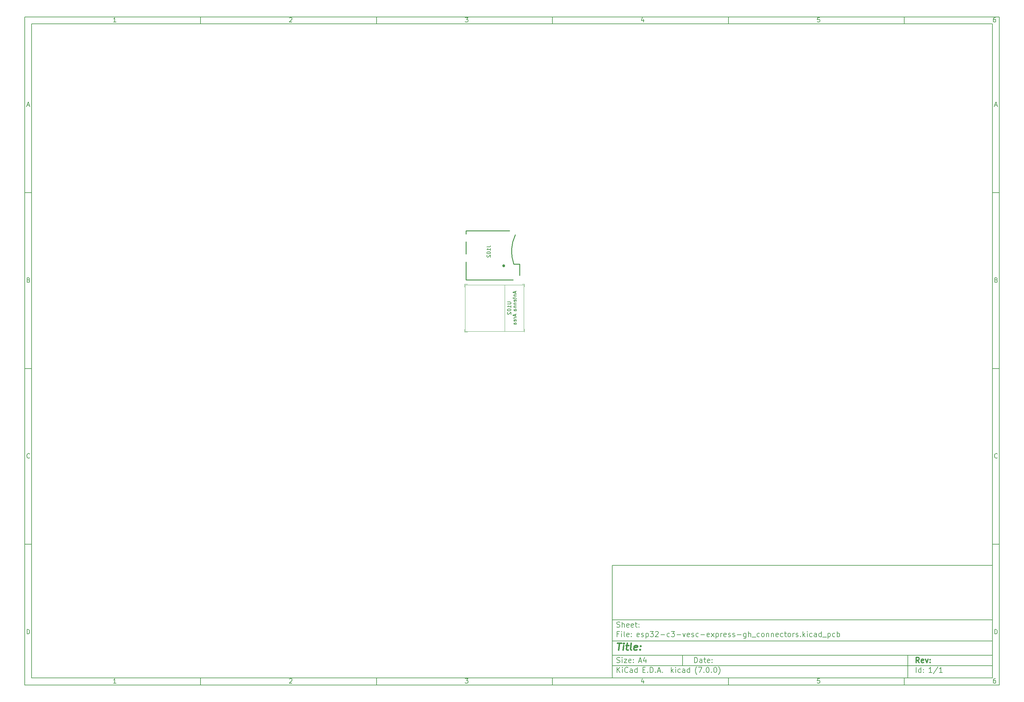
<source format=gbr>
%TF.GenerationSoftware,KiCad,Pcbnew,(7.0.0)*%
%TF.CreationDate,2023-02-27T05:24:14-06:00*%
%TF.ProjectId,esp32-c3-vesc-express-gh_connectors,65737033-322d-4633-932d-766573632d65,rev?*%
%TF.SameCoordinates,Original*%
%TF.FileFunction,Legend,Bot*%
%TF.FilePolarity,Positive*%
%FSLAX46Y46*%
G04 Gerber Fmt 4.6, Leading zero omitted, Abs format (unit mm)*
G04 Created by KiCad (PCBNEW (7.0.0)) date 2023-02-27 05:24:14*
%MOMM*%
%LPD*%
G01*
G04 APERTURE LIST*
%ADD10C,0.100000*%
%ADD11C,0.150000*%
%ADD12C,0.300000*%
%ADD13C,0.400000*%
%ADD14C,0.250000*%
%ADD15C,0.120000*%
G04 APERTURE END LIST*
D10*
D11*
X177002200Y-166007200D02*
X285002200Y-166007200D01*
X285002200Y-198007200D01*
X177002200Y-198007200D01*
X177002200Y-166007200D01*
D10*
D11*
X10000000Y-10000000D02*
X287002200Y-10000000D01*
X287002200Y-200007200D01*
X10000000Y-200007200D01*
X10000000Y-10000000D01*
D10*
D11*
X12000000Y-12000000D02*
X285002200Y-12000000D01*
X285002200Y-198007200D01*
X12000000Y-198007200D01*
X12000000Y-12000000D01*
D10*
D11*
X60000000Y-12000000D02*
X60000000Y-10000000D01*
D10*
D11*
X110000000Y-12000000D02*
X110000000Y-10000000D01*
D10*
D11*
X160000000Y-12000000D02*
X160000000Y-10000000D01*
D10*
D11*
X210000000Y-12000000D02*
X210000000Y-10000000D01*
D10*
D11*
X260000000Y-12000000D02*
X260000000Y-10000000D01*
D10*
D11*
X35990476Y-11477595D02*
X35247619Y-11477595D01*
X35619047Y-11477595D02*
X35619047Y-10177595D01*
X35619047Y-10177595D02*
X35495238Y-10363309D01*
X35495238Y-10363309D02*
X35371428Y-10487119D01*
X35371428Y-10487119D02*
X35247619Y-10549023D01*
D10*
D11*
X85247619Y-10301404D02*
X85309523Y-10239500D01*
X85309523Y-10239500D02*
X85433333Y-10177595D01*
X85433333Y-10177595D02*
X85742857Y-10177595D01*
X85742857Y-10177595D02*
X85866666Y-10239500D01*
X85866666Y-10239500D02*
X85928571Y-10301404D01*
X85928571Y-10301404D02*
X85990476Y-10425214D01*
X85990476Y-10425214D02*
X85990476Y-10549023D01*
X85990476Y-10549023D02*
X85928571Y-10734738D01*
X85928571Y-10734738D02*
X85185714Y-11477595D01*
X85185714Y-11477595D02*
X85990476Y-11477595D01*
D10*
D11*
X135185714Y-10177595D02*
X135990476Y-10177595D01*
X135990476Y-10177595D02*
X135557142Y-10672833D01*
X135557142Y-10672833D02*
X135742857Y-10672833D01*
X135742857Y-10672833D02*
X135866666Y-10734738D01*
X135866666Y-10734738D02*
X135928571Y-10796642D01*
X135928571Y-10796642D02*
X135990476Y-10920452D01*
X135990476Y-10920452D02*
X135990476Y-11229976D01*
X135990476Y-11229976D02*
X135928571Y-11353785D01*
X135928571Y-11353785D02*
X135866666Y-11415690D01*
X135866666Y-11415690D02*
X135742857Y-11477595D01*
X135742857Y-11477595D02*
X135371428Y-11477595D01*
X135371428Y-11477595D02*
X135247619Y-11415690D01*
X135247619Y-11415690D02*
X135185714Y-11353785D01*
D10*
D11*
X185866666Y-10610928D02*
X185866666Y-11477595D01*
X185557142Y-10115690D02*
X185247619Y-11044261D01*
X185247619Y-11044261D02*
X186052380Y-11044261D01*
D10*
D11*
X235928571Y-10177595D02*
X235309523Y-10177595D01*
X235309523Y-10177595D02*
X235247619Y-10796642D01*
X235247619Y-10796642D02*
X235309523Y-10734738D01*
X235309523Y-10734738D02*
X235433333Y-10672833D01*
X235433333Y-10672833D02*
X235742857Y-10672833D01*
X235742857Y-10672833D02*
X235866666Y-10734738D01*
X235866666Y-10734738D02*
X235928571Y-10796642D01*
X235928571Y-10796642D02*
X235990476Y-10920452D01*
X235990476Y-10920452D02*
X235990476Y-11229976D01*
X235990476Y-11229976D02*
X235928571Y-11353785D01*
X235928571Y-11353785D02*
X235866666Y-11415690D01*
X235866666Y-11415690D02*
X235742857Y-11477595D01*
X235742857Y-11477595D02*
X235433333Y-11477595D01*
X235433333Y-11477595D02*
X235309523Y-11415690D01*
X235309523Y-11415690D02*
X235247619Y-11353785D01*
D10*
D11*
X285866666Y-10177595D02*
X285619047Y-10177595D01*
X285619047Y-10177595D02*
X285495238Y-10239500D01*
X285495238Y-10239500D02*
X285433333Y-10301404D01*
X285433333Y-10301404D02*
X285309523Y-10487119D01*
X285309523Y-10487119D02*
X285247619Y-10734738D01*
X285247619Y-10734738D02*
X285247619Y-11229976D01*
X285247619Y-11229976D02*
X285309523Y-11353785D01*
X285309523Y-11353785D02*
X285371428Y-11415690D01*
X285371428Y-11415690D02*
X285495238Y-11477595D01*
X285495238Y-11477595D02*
X285742857Y-11477595D01*
X285742857Y-11477595D02*
X285866666Y-11415690D01*
X285866666Y-11415690D02*
X285928571Y-11353785D01*
X285928571Y-11353785D02*
X285990476Y-11229976D01*
X285990476Y-11229976D02*
X285990476Y-10920452D01*
X285990476Y-10920452D02*
X285928571Y-10796642D01*
X285928571Y-10796642D02*
X285866666Y-10734738D01*
X285866666Y-10734738D02*
X285742857Y-10672833D01*
X285742857Y-10672833D02*
X285495238Y-10672833D01*
X285495238Y-10672833D02*
X285371428Y-10734738D01*
X285371428Y-10734738D02*
X285309523Y-10796642D01*
X285309523Y-10796642D02*
X285247619Y-10920452D01*
D10*
D11*
X60000000Y-198007200D02*
X60000000Y-200007200D01*
D10*
D11*
X110000000Y-198007200D02*
X110000000Y-200007200D01*
D10*
D11*
X160000000Y-198007200D02*
X160000000Y-200007200D01*
D10*
D11*
X210000000Y-198007200D02*
X210000000Y-200007200D01*
D10*
D11*
X260000000Y-198007200D02*
X260000000Y-200007200D01*
D10*
D11*
X35990476Y-199484795D02*
X35247619Y-199484795D01*
X35619047Y-199484795D02*
X35619047Y-198184795D01*
X35619047Y-198184795D02*
X35495238Y-198370509D01*
X35495238Y-198370509D02*
X35371428Y-198494319D01*
X35371428Y-198494319D02*
X35247619Y-198556223D01*
D10*
D11*
X85247619Y-198308604D02*
X85309523Y-198246700D01*
X85309523Y-198246700D02*
X85433333Y-198184795D01*
X85433333Y-198184795D02*
X85742857Y-198184795D01*
X85742857Y-198184795D02*
X85866666Y-198246700D01*
X85866666Y-198246700D02*
X85928571Y-198308604D01*
X85928571Y-198308604D02*
X85990476Y-198432414D01*
X85990476Y-198432414D02*
X85990476Y-198556223D01*
X85990476Y-198556223D02*
X85928571Y-198741938D01*
X85928571Y-198741938D02*
X85185714Y-199484795D01*
X85185714Y-199484795D02*
X85990476Y-199484795D01*
D10*
D11*
X135185714Y-198184795D02*
X135990476Y-198184795D01*
X135990476Y-198184795D02*
X135557142Y-198680033D01*
X135557142Y-198680033D02*
X135742857Y-198680033D01*
X135742857Y-198680033D02*
X135866666Y-198741938D01*
X135866666Y-198741938D02*
X135928571Y-198803842D01*
X135928571Y-198803842D02*
X135990476Y-198927652D01*
X135990476Y-198927652D02*
X135990476Y-199237176D01*
X135990476Y-199237176D02*
X135928571Y-199360985D01*
X135928571Y-199360985D02*
X135866666Y-199422890D01*
X135866666Y-199422890D02*
X135742857Y-199484795D01*
X135742857Y-199484795D02*
X135371428Y-199484795D01*
X135371428Y-199484795D02*
X135247619Y-199422890D01*
X135247619Y-199422890D02*
X135185714Y-199360985D01*
D10*
D11*
X185866666Y-198618128D02*
X185866666Y-199484795D01*
X185557142Y-198122890D02*
X185247619Y-199051461D01*
X185247619Y-199051461D02*
X186052380Y-199051461D01*
D10*
D11*
X235928571Y-198184795D02*
X235309523Y-198184795D01*
X235309523Y-198184795D02*
X235247619Y-198803842D01*
X235247619Y-198803842D02*
X235309523Y-198741938D01*
X235309523Y-198741938D02*
X235433333Y-198680033D01*
X235433333Y-198680033D02*
X235742857Y-198680033D01*
X235742857Y-198680033D02*
X235866666Y-198741938D01*
X235866666Y-198741938D02*
X235928571Y-198803842D01*
X235928571Y-198803842D02*
X235990476Y-198927652D01*
X235990476Y-198927652D02*
X235990476Y-199237176D01*
X235990476Y-199237176D02*
X235928571Y-199360985D01*
X235928571Y-199360985D02*
X235866666Y-199422890D01*
X235866666Y-199422890D02*
X235742857Y-199484795D01*
X235742857Y-199484795D02*
X235433333Y-199484795D01*
X235433333Y-199484795D02*
X235309523Y-199422890D01*
X235309523Y-199422890D02*
X235247619Y-199360985D01*
D10*
D11*
X285866666Y-198184795D02*
X285619047Y-198184795D01*
X285619047Y-198184795D02*
X285495238Y-198246700D01*
X285495238Y-198246700D02*
X285433333Y-198308604D01*
X285433333Y-198308604D02*
X285309523Y-198494319D01*
X285309523Y-198494319D02*
X285247619Y-198741938D01*
X285247619Y-198741938D02*
X285247619Y-199237176D01*
X285247619Y-199237176D02*
X285309523Y-199360985D01*
X285309523Y-199360985D02*
X285371428Y-199422890D01*
X285371428Y-199422890D02*
X285495238Y-199484795D01*
X285495238Y-199484795D02*
X285742857Y-199484795D01*
X285742857Y-199484795D02*
X285866666Y-199422890D01*
X285866666Y-199422890D02*
X285928571Y-199360985D01*
X285928571Y-199360985D02*
X285990476Y-199237176D01*
X285990476Y-199237176D02*
X285990476Y-198927652D01*
X285990476Y-198927652D02*
X285928571Y-198803842D01*
X285928571Y-198803842D02*
X285866666Y-198741938D01*
X285866666Y-198741938D02*
X285742857Y-198680033D01*
X285742857Y-198680033D02*
X285495238Y-198680033D01*
X285495238Y-198680033D02*
X285371428Y-198741938D01*
X285371428Y-198741938D02*
X285309523Y-198803842D01*
X285309523Y-198803842D02*
X285247619Y-198927652D01*
D10*
D11*
X10000000Y-60000000D02*
X12000000Y-60000000D01*
D10*
D11*
X10000000Y-110000000D02*
X12000000Y-110000000D01*
D10*
D11*
X10000000Y-160000000D02*
X12000000Y-160000000D01*
D10*
D11*
X10690476Y-35106166D02*
X11309523Y-35106166D01*
X10566666Y-35477595D02*
X10999999Y-34177595D01*
X10999999Y-34177595D02*
X11433333Y-35477595D01*
D10*
D11*
X11092857Y-84796642D02*
X11278571Y-84858547D01*
X11278571Y-84858547D02*
X11340476Y-84920452D01*
X11340476Y-84920452D02*
X11402380Y-85044261D01*
X11402380Y-85044261D02*
X11402380Y-85229976D01*
X11402380Y-85229976D02*
X11340476Y-85353785D01*
X11340476Y-85353785D02*
X11278571Y-85415690D01*
X11278571Y-85415690D02*
X11154761Y-85477595D01*
X11154761Y-85477595D02*
X10659523Y-85477595D01*
X10659523Y-85477595D02*
X10659523Y-84177595D01*
X10659523Y-84177595D02*
X11092857Y-84177595D01*
X11092857Y-84177595D02*
X11216666Y-84239500D01*
X11216666Y-84239500D02*
X11278571Y-84301404D01*
X11278571Y-84301404D02*
X11340476Y-84425214D01*
X11340476Y-84425214D02*
X11340476Y-84549023D01*
X11340476Y-84549023D02*
X11278571Y-84672833D01*
X11278571Y-84672833D02*
X11216666Y-84734738D01*
X11216666Y-84734738D02*
X11092857Y-84796642D01*
X11092857Y-84796642D02*
X10659523Y-84796642D01*
D10*
D11*
X11402380Y-135353785D02*
X11340476Y-135415690D01*
X11340476Y-135415690D02*
X11154761Y-135477595D01*
X11154761Y-135477595D02*
X11030952Y-135477595D01*
X11030952Y-135477595D02*
X10845238Y-135415690D01*
X10845238Y-135415690D02*
X10721428Y-135291880D01*
X10721428Y-135291880D02*
X10659523Y-135168071D01*
X10659523Y-135168071D02*
X10597619Y-134920452D01*
X10597619Y-134920452D02*
X10597619Y-134734738D01*
X10597619Y-134734738D02*
X10659523Y-134487119D01*
X10659523Y-134487119D02*
X10721428Y-134363309D01*
X10721428Y-134363309D02*
X10845238Y-134239500D01*
X10845238Y-134239500D02*
X11030952Y-134177595D01*
X11030952Y-134177595D02*
X11154761Y-134177595D01*
X11154761Y-134177595D02*
X11340476Y-134239500D01*
X11340476Y-134239500D02*
X11402380Y-134301404D01*
D10*
D11*
X10659523Y-185477595D02*
X10659523Y-184177595D01*
X10659523Y-184177595D02*
X10969047Y-184177595D01*
X10969047Y-184177595D02*
X11154761Y-184239500D01*
X11154761Y-184239500D02*
X11278571Y-184363309D01*
X11278571Y-184363309D02*
X11340476Y-184487119D01*
X11340476Y-184487119D02*
X11402380Y-184734738D01*
X11402380Y-184734738D02*
X11402380Y-184920452D01*
X11402380Y-184920452D02*
X11340476Y-185168071D01*
X11340476Y-185168071D02*
X11278571Y-185291880D01*
X11278571Y-185291880D02*
X11154761Y-185415690D01*
X11154761Y-185415690D02*
X10969047Y-185477595D01*
X10969047Y-185477595D02*
X10659523Y-185477595D01*
D10*
D11*
X287002200Y-60000000D02*
X285002200Y-60000000D01*
D10*
D11*
X287002200Y-110000000D02*
X285002200Y-110000000D01*
D10*
D11*
X287002200Y-160000000D02*
X285002200Y-160000000D01*
D10*
D11*
X285692676Y-35106166D02*
X286311723Y-35106166D01*
X285568866Y-35477595D02*
X286002199Y-34177595D01*
X286002199Y-34177595D02*
X286435533Y-35477595D01*
D10*
D11*
X286095057Y-84796642D02*
X286280771Y-84858547D01*
X286280771Y-84858547D02*
X286342676Y-84920452D01*
X286342676Y-84920452D02*
X286404580Y-85044261D01*
X286404580Y-85044261D02*
X286404580Y-85229976D01*
X286404580Y-85229976D02*
X286342676Y-85353785D01*
X286342676Y-85353785D02*
X286280771Y-85415690D01*
X286280771Y-85415690D02*
X286156961Y-85477595D01*
X286156961Y-85477595D02*
X285661723Y-85477595D01*
X285661723Y-85477595D02*
X285661723Y-84177595D01*
X285661723Y-84177595D02*
X286095057Y-84177595D01*
X286095057Y-84177595D02*
X286218866Y-84239500D01*
X286218866Y-84239500D02*
X286280771Y-84301404D01*
X286280771Y-84301404D02*
X286342676Y-84425214D01*
X286342676Y-84425214D02*
X286342676Y-84549023D01*
X286342676Y-84549023D02*
X286280771Y-84672833D01*
X286280771Y-84672833D02*
X286218866Y-84734738D01*
X286218866Y-84734738D02*
X286095057Y-84796642D01*
X286095057Y-84796642D02*
X285661723Y-84796642D01*
D10*
D11*
X286404580Y-135353785D02*
X286342676Y-135415690D01*
X286342676Y-135415690D02*
X286156961Y-135477595D01*
X286156961Y-135477595D02*
X286033152Y-135477595D01*
X286033152Y-135477595D02*
X285847438Y-135415690D01*
X285847438Y-135415690D02*
X285723628Y-135291880D01*
X285723628Y-135291880D02*
X285661723Y-135168071D01*
X285661723Y-135168071D02*
X285599819Y-134920452D01*
X285599819Y-134920452D02*
X285599819Y-134734738D01*
X285599819Y-134734738D02*
X285661723Y-134487119D01*
X285661723Y-134487119D02*
X285723628Y-134363309D01*
X285723628Y-134363309D02*
X285847438Y-134239500D01*
X285847438Y-134239500D02*
X286033152Y-134177595D01*
X286033152Y-134177595D02*
X286156961Y-134177595D01*
X286156961Y-134177595D02*
X286342676Y-134239500D01*
X286342676Y-134239500D02*
X286404580Y-134301404D01*
D10*
D11*
X285661723Y-185477595D02*
X285661723Y-184177595D01*
X285661723Y-184177595D02*
X285971247Y-184177595D01*
X285971247Y-184177595D02*
X286156961Y-184239500D01*
X286156961Y-184239500D02*
X286280771Y-184363309D01*
X286280771Y-184363309D02*
X286342676Y-184487119D01*
X286342676Y-184487119D02*
X286404580Y-184734738D01*
X286404580Y-184734738D02*
X286404580Y-184920452D01*
X286404580Y-184920452D02*
X286342676Y-185168071D01*
X286342676Y-185168071D02*
X286280771Y-185291880D01*
X286280771Y-185291880D02*
X286156961Y-185415690D01*
X286156961Y-185415690D02*
X285971247Y-185477595D01*
X285971247Y-185477595D02*
X285661723Y-185477595D01*
D10*
D11*
X200359342Y-193658271D02*
X200359342Y-192158271D01*
X200359342Y-192158271D02*
X200716485Y-192158271D01*
X200716485Y-192158271D02*
X200930771Y-192229700D01*
X200930771Y-192229700D02*
X201073628Y-192372557D01*
X201073628Y-192372557D02*
X201145057Y-192515414D01*
X201145057Y-192515414D02*
X201216485Y-192801128D01*
X201216485Y-192801128D02*
X201216485Y-193015414D01*
X201216485Y-193015414D02*
X201145057Y-193301128D01*
X201145057Y-193301128D02*
X201073628Y-193443985D01*
X201073628Y-193443985D02*
X200930771Y-193586842D01*
X200930771Y-193586842D02*
X200716485Y-193658271D01*
X200716485Y-193658271D02*
X200359342Y-193658271D01*
X202502200Y-193658271D02*
X202502200Y-192872557D01*
X202502200Y-192872557D02*
X202430771Y-192729700D01*
X202430771Y-192729700D02*
X202287914Y-192658271D01*
X202287914Y-192658271D02*
X202002200Y-192658271D01*
X202002200Y-192658271D02*
X201859342Y-192729700D01*
X202502200Y-193586842D02*
X202359342Y-193658271D01*
X202359342Y-193658271D02*
X202002200Y-193658271D01*
X202002200Y-193658271D02*
X201859342Y-193586842D01*
X201859342Y-193586842D02*
X201787914Y-193443985D01*
X201787914Y-193443985D02*
X201787914Y-193301128D01*
X201787914Y-193301128D02*
X201859342Y-193158271D01*
X201859342Y-193158271D02*
X202002200Y-193086842D01*
X202002200Y-193086842D02*
X202359342Y-193086842D01*
X202359342Y-193086842D02*
X202502200Y-193015414D01*
X203002200Y-192658271D02*
X203573628Y-192658271D01*
X203216485Y-192158271D02*
X203216485Y-193443985D01*
X203216485Y-193443985D02*
X203287914Y-193586842D01*
X203287914Y-193586842D02*
X203430771Y-193658271D01*
X203430771Y-193658271D02*
X203573628Y-193658271D01*
X204645057Y-193586842D02*
X204502200Y-193658271D01*
X204502200Y-193658271D02*
X204216486Y-193658271D01*
X204216486Y-193658271D02*
X204073628Y-193586842D01*
X204073628Y-193586842D02*
X204002200Y-193443985D01*
X204002200Y-193443985D02*
X204002200Y-192872557D01*
X204002200Y-192872557D02*
X204073628Y-192729700D01*
X204073628Y-192729700D02*
X204216486Y-192658271D01*
X204216486Y-192658271D02*
X204502200Y-192658271D01*
X204502200Y-192658271D02*
X204645057Y-192729700D01*
X204645057Y-192729700D02*
X204716486Y-192872557D01*
X204716486Y-192872557D02*
X204716486Y-193015414D01*
X204716486Y-193015414D02*
X204002200Y-193158271D01*
X205359342Y-193515414D02*
X205430771Y-193586842D01*
X205430771Y-193586842D02*
X205359342Y-193658271D01*
X205359342Y-193658271D02*
X205287914Y-193586842D01*
X205287914Y-193586842D02*
X205359342Y-193515414D01*
X205359342Y-193515414D02*
X205359342Y-193658271D01*
X205359342Y-192729700D02*
X205430771Y-192801128D01*
X205430771Y-192801128D02*
X205359342Y-192872557D01*
X205359342Y-192872557D02*
X205287914Y-192801128D01*
X205287914Y-192801128D02*
X205359342Y-192729700D01*
X205359342Y-192729700D02*
X205359342Y-192872557D01*
D10*
D11*
X177002200Y-194507200D02*
X285002200Y-194507200D01*
D10*
D11*
X178359342Y-196458271D02*
X178359342Y-194958271D01*
X179216485Y-196458271D02*
X178573628Y-195601128D01*
X179216485Y-194958271D02*
X178359342Y-195815414D01*
X179859342Y-196458271D02*
X179859342Y-195458271D01*
X179859342Y-194958271D02*
X179787914Y-195029700D01*
X179787914Y-195029700D02*
X179859342Y-195101128D01*
X179859342Y-195101128D02*
X179930771Y-195029700D01*
X179930771Y-195029700D02*
X179859342Y-194958271D01*
X179859342Y-194958271D02*
X179859342Y-195101128D01*
X181430771Y-196315414D02*
X181359343Y-196386842D01*
X181359343Y-196386842D02*
X181145057Y-196458271D01*
X181145057Y-196458271D02*
X181002200Y-196458271D01*
X181002200Y-196458271D02*
X180787914Y-196386842D01*
X180787914Y-196386842D02*
X180645057Y-196243985D01*
X180645057Y-196243985D02*
X180573628Y-196101128D01*
X180573628Y-196101128D02*
X180502200Y-195815414D01*
X180502200Y-195815414D02*
X180502200Y-195601128D01*
X180502200Y-195601128D02*
X180573628Y-195315414D01*
X180573628Y-195315414D02*
X180645057Y-195172557D01*
X180645057Y-195172557D02*
X180787914Y-195029700D01*
X180787914Y-195029700D02*
X181002200Y-194958271D01*
X181002200Y-194958271D02*
X181145057Y-194958271D01*
X181145057Y-194958271D02*
X181359343Y-195029700D01*
X181359343Y-195029700D02*
X181430771Y-195101128D01*
X182716486Y-196458271D02*
X182716486Y-195672557D01*
X182716486Y-195672557D02*
X182645057Y-195529700D01*
X182645057Y-195529700D02*
X182502200Y-195458271D01*
X182502200Y-195458271D02*
X182216486Y-195458271D01*
X182216486Y-195458271D02*
X182073628Y-195529700D01*
X182716486Y-196386842D02*
X182573628Y-196458271D01*
X182573628Y-196458271D02*
X182216486Y-196458271D01*
X182216486Y-196458271D02*
X182073628Y-196386842D01*
X182073628Y-196386842D02*
X182002200Y-196243985D01*
X182002200Y-196243985D02*
X182002200Y-196101128D01*
X182002200Y-196101128D02*
X182073628Y-195958271D01*
X182073628Y-195958271D02*
X182216486Y-195886842D01*
X182216486Y-195886842D02*
X182573628Y-195886842D01*
X182573628Y-195886842D02*
X182716486Y-195815414D01*
X184073629Y-196458271D02*
X184073629Y-194958271D01*
X184073629Y-196386842D02*
X183930771Y-196458271D01*
X183930771Y-196458271D02*
X183645057Y-196458271D01*
X183645057Y-196458271D02*
X183502200Y-196386842D01*
X183502200Y-196386842D02*
X183430771Y-196315414D01*
X183430771Y-196315414D02*
X183359343Y-196172557D01*
X183359343Y-196172557D02*
X183359343Y-195743985D01*
X183359343Y-195743985D02*
X183430771Y-195601128D01*
X183430771Y-195601128D02*
X183502200Y-195529700D01*
X183502200Y-195529700D02*
X183645057Y-195458271D01*
X183645057Y-195458271D02*
X183930771Y-195458271D01*
X183930771Y-195458271D02*
X184073629Y-195529700D01*
X185687914Y-195672557D02*
X186187914Y-195672557D01*
X186402200Y-196458271D02*
X185687914Y-196458271D01*
X185687914Y-196458271D02*
X185687914Y-194958271D01*
X185687914Y-194958271D02*
X186402200Y-194958271D01*
X187045057Y-196315414D02*
X187116486Y-196386842D01*
X187116486Y-196386842D02*
X187045057Y-196458271D01*
X187045057Y-196458271D02*
X186973629Y-196386842D01*
X186973629Y-196386842D02*
X187045057Y-196315414D01*
X187045057Y-196315414D02*
X187045057Y-196458271D01*
X187759343Y-196458271D02*
X187759343Y-194958271D01*
X187759343Y-194958271D02*
X188116486Y-194958271D01*
X188116486Y-194958271D02*
X188330772Y-195029700D01*
X188330772Y-195029700D02*
X188473629Y-195172557D01*
X188473629Y-195172557D02*
X188545058Y-195315414D01*
X188545058Y-195315414D02*
X188616486Y-195601128D01*
X188616486Y-195601128D02*
X188616486Y-195815414D01*
X188616486Y-195815414D02*
X188545058Y-196101128D01*
X188545058Y-196101128D02*
X188473629Y-196243985D01*
X188473629Y-196243985D02*
X188330772Y-196386842D01*
X188330772Y-196386842D02*
X188116486Y-196458271D01*
X188116486Y-196458271D02*
X187759343Y-196458271D01*
X189259343Y-196315414D02*
X189330772Y-196386842D01*
X189330772Y-196386842D02*
X189259343Y-196458271D01*
X189259343Y-196458271D02*
X189187915Y-196386842D01*
X189187915Y-196386842D02*
X189259343Y-196315414D01*
X189259343Y-196315414D02*
X189259343Y-196458271D01*
X189902201Y-196029700D02*
X190616487Y-196029700D01*
X189759344Y-196458271D02*
X190259344Y-194958271D01*
X190259344Y-194958271D02*
X190759344Y-196458271D01*
X191259343Y-196315414D02*
X191330772Y-196386842D01*
X191330772Y-196386842D02*
X191259343Y-196458271D01*
X191259343Y-196458271D02*
X191187915Y-196386842D01*
X191187915Y-196386842D02*
X191259343Y-196315414D01*
X191259343Y-196315414D02*
X191259343Y-196458271D01*
X193773629Y-196458271D02*
X193773629Y-194958271D01*
X193916487Y-195886842D02*
X194345058Y-196458271D01*
X194345058Y-195458271D02*
X193773629Y-196029700D01*
X194987915Y-196458271D02*
X194987915Y-195458271D01*
X194987915Y-194958271D02*
X194916487Y-195029700D01*
X194916487Y-195029700D02*
X194987915Y-195101128D01*
X194987915Y-195101128D02*
X195059344Y-195029700D01*
X195059344Y-195029700D02*
X194987915Y-194958271D01*
X194987915Y-194958271D02*
X194987915Y-195101128D01*
X196345059Y-196386842D02*
X196202201Y-196458271D01*
X196202201Y-196458271D02*
X195916487Y-196458271D01*
X195916487Y-196458271D02*
X195773630Y-196386842D01*
X195773630Y-196386842D02*
X195702201Y-196315414D01*
X195702201Y-196315414D02*
X195630773Y-196172557D01*
X195630773Y-196172557D02*
X195630773Y-195743985D01*
X195630773Y-195743985D02*
X195702201Y-195601128D01*
X195702201Y-195601128D02*
X195773630Y-195529700D01*
X195773630Y-195529700D02*
X195916487Y-195458271D01*
X195916487Y-195458271D02*
X196202201Y-195458271D01*
X196202201Y-195458271D02*
X196345059Y-195529700D01*
X197630773Y-196458271D02*
X197630773Y-195672557D01*
X197630773Y-195672557D02*
X197559344Y-195529700D01*
X197559344Y-195529700D02*
X197416487Y-195458271D01*
X197416487Y-195458271D02*
X197130773Y-195458271D01*
X197130773Y-195458271D02*
X196987915Y-195529700D01*
X197630773Y-196386842D02*
X197487915Y-196458271D01*
X197487915Y-196458271D02*
X197130773Y-196458271D01*
X197130773Y-196458271D02*
X196987915Y-196386842D01*
X196987915Y-196386842D02*
X196916487Y-196243985D01*
X196916487Y-196243985D02*
X196916487Y-196101128D01*
X196916487Y-196101128D02*
X196987915Y-195958271D01*
X196987915Y-195958271D02*
X197130773Y-195886842D01*
X197130773Y-195886842D02*
X197487915Y-195886842D01*
X197487915Y-195886842D02*
X197630773Y-195815414D01*
X198987916Y-196458271D02*
X198987916Y-194958271D01*
X198987916Y-196386842D02*
X198845058Y-196458271D01*
X198845058Y-196458271D02*
X198559344Y-196458271D01*
X198559344Y-196458271D02*
X198416487Y-196386842D01*
X198416487Y-196386842D02*
X198345058Y-196315414D01*
X198345058Y-196315414D02*
X198273630Y-196172557D01*
X198273630Y-196172557D02*
X198273630Y-195743985D01*
X198273630Y-195743985D02*
X198345058Y-195601128D01*
X198345058Y-195601128D02*
X198416487Y-195529700D01*
X198416487Y-195529700D02*
X198559344Y-195458271D01*
X198559344Y-195458271D02*
X198845058Y-195458271D01*
X198845058Y-195458271D02*
X198987916Y-195529700D01*
X201030773Y-197029700D02*
X200959344Y-196958271D01*
X200959344Y-196958271D02*
X200816487Y-196743985D01*
X200816487Y-196743985D02*
X200745059Y-196601128D01*
X200745059Y-196601128D02*
X200673630Y-196386842D01*
X200673630Y-196386842D02*
X200602201Y-196029700D01*
X200602201Y-196029700D02*
X200602201Y-195743985D01*
X200602201Y-195743985D02*
X200673630Y-195386842D01*
X200673630Y-195386842D02*
X200745059Y-195172557D01*
X200745059Y-195172557D02*
X200816487Y-195029700D01*
X200816487Y-195029700D02*
X200959344Y-194815414D01*
X200959344Y-194815414D02*
X201030773Y-194743985D01*
X201459344Y-194958271D02*
X202459344Y-194958271D01*
X202459344Y-194958271D02*
X201816487Y-196458271D01*
X203030772Y-196315414D02*
X203102201Y-196386842D01*
X203102201Y-196386842D02*
X203030772Y-196458271D01*
X203030772Y-196458271D02*
X202959344Y-196386842D01*
X202959344Y-196386842D02*
X203030772Y-196315414D01*
X203030772Y-196315414D02*
X203030772Y-196458271D01*
X204030773Y-194958271D02*
X204173630Y-194958271D01*
X204173630Y-194958271D02*
X204316487Y-195029700D01*
X204316487Y-195029700D02*
X204387916Y-195101128D01*
X204387916Y-195101128D02*
X204459344Y-195243985D01*
X204459344Y-195243985D02*
X204530773Y-195529700D01*
X204530773Y-195529700D02*
X204530773Y-195886842D01*
X204530773Y-195886842D02*
X204459344Y-196172557D01*
X204459344Y-196172557D02*
X204387916Y-196315414D01*
X204387916Y-196315414D02*
X204316487Y-196386842D01*
X204316487Y-196386842D02*
X204173630Y-196458271D01*
X204173630Y-196458271D02*
X204030773Y-196458271D01*
X204030773Y-196458271D02*
X203887916Y-196386842D01*
X203887916Y-196386842D02*
X203816487Y-196315414D01*
X203816487Y-196315414D02*
X203745058Y-196172557D01*
X203745058Y-196172557D02*
X203673630Y-195886842D01*
X203673630Y-195886842D02*
X203673630Y-195529700D01*
X203673630Y-195529700D02*
X203745058Y-195243985D01*
X203745058Y-195243985D02*
X203816487Y-195101128D01*
X203816487Y-195101128D02*
X203887916Y-195029700D01*
X203887916Y-195029700D02*
X204030773Y-194958271D01*
X205173629Y-196315414D02*
X205245058Y-196386842D01*
X205245058Y-196386842D02*
X205173629Y-196458271D01*
X205173629Y-196458271D02*
X205102201Y-196386842D01*
X205102201Y-196386842D02*
X205173629Y-196315414D01*
X205173629Y-196315414D02*
X205173629Y-196458271D01*
X206173630Y-194958271D02*
X206316487Y-194958271D01*
X206316487Y-194958271D02*
X206459344Y-195029700D01*
X206459344Y-195029700D02*
X206530773Y-195101128D01*
X206530773Y-195101128D02*
X206602201Y-195243985D01*
X206602201Y-195243985D02*
X206673630Y-195529700D01*
X206673630Y-195529700D02*
X206673630Y-195886842D01*
X206673630Y-195886842D02*
X206602201Y-196172557D01*
X206602201Y-196172557D02*
X206530773Y-196315414D01*
X206530773Y-196315414D02*
X206459344Y-196386842D01*
X206459344Y-196386842D02*
X206316487Y-196458271D01*
X206316487Y-196458271D02*
X206173630Y-196458271D01*
X206173630Y-196458271D02*
X206030773Y-196386842D01*
X206030773Y-196386842D02*
X205959344Y-196315414D01*
X205959344Y-196315414D02*
X205887915Y-196172557D01*
X205887915Y-196172557D02*
X205816487Y-195886842D01*
X205816487Y-195886842D02*
X205816487Y-195529700D01*
X205816487Y-195529700D02*
X205887915Y-195243985D01*
X205887915Y-195243985D02*
X205959344Y-195101128D01*
X205959344Y-195101128D02*
X206030773Y-195029700D01*
X206030773Y-195029700D02*
X206173630Y-194958271D01*
X207173629Y-197029700D02*
X207245058Y-196958271D01*
X207245058Y-196958271D02*
X207387915Y-196743985D01*
X207387915Y-196743985D02*
X207459344Y-196601128D01*
X207459344Y-196601128D02*
X207530772Y-196386842D01*
X207530772Y-196386842D02*
X207602201Y-196029700D01*
X207602201Y-196029700D02*
X207602201Y-195743985D01*
X207602201Y-195743985D02*
X207530772Y-195386842D01*
X207530772Y-195386842D02*
X207459344Y-195172557D01*
X207459344Y-195172557D02*
X207387915Y-195029700D01*
X207387915Y-195029700D02*
X207245058Y-194815414D01*
X207245058Y-194815414D02*
X207173629Y-194743985D01*
D10*
D11*
X177002200Y-191507200D02*
X285002200Y-191507200D01*
D10*
D12*
X264216485Y-193658271D02*
X263716485Y-192943985D01*
X263359342Y-193658271D02*
X263359342Y-192158271D01*
X263359342Y-192158271D02*
X263930771Y-192158271D01*
X263930771Y-192158271D02*
X264073628Y-192229700D01*
X264073628Y-192229700D02*
X264145057Y-192301128D01*
X264145057Y-192301128D02*
X264216485Y-192443985D01*
X264216485Y-192443985D02*
X264216485Y-192658271D01*
X264216485Y-192658271D02*
X264145057Y-192801128D01*
X264145057Y-192801128D02*
X264073628Y-192872557D01*
X264073628Y-192872557D02*
X263930771Y-192943985D01*
X263930771Y-192943985D02*
X263359342Y-192943985D01*
X265430771Y-193586842D02*
X265287914Y-193658271D01*
X265287914Y-193658271D02*
X265002200Y-193658271D01*
X265002200Y-193658271D02*
X264859342Y-193586842D01*
X264859342Y-193586842D02*
X264787914Y-193443985D01*
X264787914Y-193443985D02*
X264787914Y-192872557D01*
X264787914Y-192872557D02*
X264859342Y-192729700D01*
X264859342Y-192729700D02*
X265002200Y-192658271D01*
X265002200Y-192658271D02*
X265287914Y-192658271D01*
X265287914Y-192658271D02*
X265430771Y-192729700D01*
X265430771Y-192729700D02*
X265502200Y-192872557D01*
X265502200Y-192872557D02*
X265502200Y-193015414D01*
X265502200Y-193015414D02*
X264787914Y-193158271D01*
X266002199Y-192658271D02*
X266359342Y-193658271D01*
X266359342Y-193658271D02*
X266716485Y-192658271D01*
X267287913Y-193515414D02*
X267359342Y-193586842D01*
X267359342Y-193586842D02*
X267287913Y-193658271D01*
X267287913Y-193658271D02*
X267216485Y-193586842D01*
X267216485Y-193586842D02*
X267287913Y-193515414D01*
X267287913Y-193515414D02*
X267287913Y-193658271D01*
X267287913Y-192729700D02*
X267359342Y-192801128D01*
X267359342Y-192801128D02*
X267287913Y-192872557D01*
X267287913Y-192872557D02*
X267216485Y-192801128D01*
X267216485Y-192801128D02*
X267287913Y-192729700D01*
X267287913Y-192729700D02*
X267287913Y-192872557D01*
D10*
D11*
X178287914Y-193586842D02*
X178502200Y-193658271D01*
X178502200Y-193658271D02*
X178859342Y-193658271D01*
X178859342Y-193658271D02*
X179002200Y-193586842D01*
X179002200Y-193586842D02*
X179073628Y-193515414D01*
X179073628Y-193515414D02*
X179145057Y-193372557D01*
X179145057Y-193372557D02*
X179145057Y-193229700D01*
X179145057Y-193229700D02*
X179073628Y-193086842D01*
X179073628Y-193086842D02*
X179002200Y-193015414D01*
X179002200Y-193015414D02*
X178859342Y-192943985D01*
X178859342Y-192943985D02*
X178573628Y-192872557D01*
X178573628Y-192872557D02*
X178430771Y-192801128D01*
X178430771Y-192801128D02*
X178359342Y-192729700D01*
X178359342Y-192729700D02*
X178287914Y-192586842D01*
X178287914Y-192586842D02*
X178287914Y-192443985D01*
X178287914Y-192443985D02*
X178359342Y-192301128D01*
X178359342Y-192301128D02*
X178430771Y-192229700D01*
X178430771Y-192229700D02*
X178573628Y-192158271D01*
X178573628Y-192158271D02*
X178930771Y-192158271D01*
X178930771Y-192158271D02*
X179145057Y-192229700D01*
X179787913Y-193658271D02*
X179787913Y-192658271D01*
X179787913Y-192158271D02*
X179716485Y-192229700D01*
X179716485Y-192229700D02*
X179787913Y-192301128D01*
X179787913Y-192301128D02*
X179859342Y-192229700D01*
X179859342Y-192229700D02*
X179787913Y-192158271D01*
X179787913Y-192158271D02*
X179787913Y-192301128D01*
X180359342Y-192658271D02*
X181145057Y-192658271D01*
X181145057Y-192658271D02*
X180359342Y-193658271D01*
X180359342Y-193658271D02*
X181145057Y-193658271D01*
X182287914Y-193586842D02*
X182145057Y-193658271D01*
X182145057Y-193658271D02*
X181859343Y-193658271D01*
X181859343Y-193658271D02*
X181716485Y-193586842D01*
X181716485Y-193586842D02*
X181645057Y-193443985D01*
X181645057Y-193443985D02*
X181645057Y-192872557D01*
X181645057Y-192872557D02*
X181716485Y-192729700D01*
X181716485Y-192729700D02*
X181859343Y-192658271D01*
X181859343Y-192658271D02*
X182145057Y-192658271D01*
X182145057Y-192658271D02*
X182287914Y-192729700D01*
X182287914Y-192729700D02*
X182359343Y-192872557D01*
X182359343Y-192872557D02*
X182359343Y-193015414D01*
X182359343Y-193015414D02*
X181645057Y-193158271D01*
X183002199Y-193515414D02*
X183073628Y-193586842D01*
X183073628Y-193586842D02*
X183002199Y-193658271D01*
X183002199Y-193658271D02*
X182930771Y-193586842D01*
X182930771Y-193586842D02*
X183002199Y-193515414D01*
X183002199Y-193515414D02*
X183002199Y-193658271D01*
X183002199Y-192729700D02*
X183073628Y-192801128D01*
X183073628Y-192801128D02*
X183002199Y-192872557D01*
X183002199Y-192872557D02*
X182930771Y-192801128D01*
X182930771Y-192801128D02*
X183002199Y-192729700D01*
X183002199Y-192729700D02*
X183002199Y-192872557D01*
X184545057Y-193229700D02*
X185259343Y-193229700D01*
X184402200Y-193658271D02*
X184902200Y-192158271D01*
X184902200Y-192158271D02*
X185402200Y-193658271D01*
X186545057Y-192658271D02*
X186545057Y-193658271D01*
X186187914Y-192086842D02*
X185830771Y-193158271D01*
X185830771Y-193158271D02*
X186759342Y-193158271D01*
D10*
D11*
X263359342Y-196458271D02*
X263359342Y-194958271D01*
X264716486Y-196458271D02*
X264716486Y-194958271D01*
X264716486Y-196386842D02*
X264573628Y-196458271D01*
X264573628Y-196458271D02*
X264287914Y-196458271D01*
X264287914Y-196458271D02*
X264145057Y-196386842D01*
X264145057Y-196386842D02*
X264073628Y-196315414D01*
X264073628Y-196315414D02*
X264002200Y-196172557D01*
X264002200Y-196172557D02*
X264002200Y-195743985D01*
X264002200Y-195743985D02*
X264073628Y-195601128D01*
X264073628Y-195601128D02*
X264145057Y-195529700D01*
X264145057Y-195529700D02*
X264287914Y-195458271D01*
X264287914Y-195458271D02*
X264573628Y-195458271D01*
X264573628Y-195458271D02*
X264716486Y-195529700D01*
X265430771Y-196315414D02*
X265502200Y-196386842D01*
X265502200Y-196386842D02*
X265430771Y-196458271D01*
X265430771Y-196458271D02*
X265359343Y-196386842D01*
X265359343Y-196386842D02*
X265430771Y-196315414D01*
X265430771Y-196315414D02*
X265430771Y-196458271D01*
X265430771Y-195529700D02*
X265502200Y-195601128D01*
X265502200Y-195601128D02*
X265430771Y-195672557D01*
X265430771Y-195672557D02*
X265359343Y-195601128D01*
X265359343Y-195601128D02*
X265430771Y-195529700D01*
X265430771Y-195529700D02*
X265430771Y-195672557D01*
X267830772Y-196458271D02*
X266973629Y-196458271D01*
X267402200Y-196458271D02*
X267402200Y-194958271D01*
X267402200Y-194958271D02*
X267259343Y-195172557D01*
X267259343Y-195172557D02*
X267116486Y-195315414D01*
X267116486Y-195315414D02*
X266973629Y-195386842D01*
X269545057Y-194886842D02*
X268259343Y-196815414D01*
X270830772Y-196458271D02*
X269973629Y-196458271D01*
X270402200Y-196458271D02*
X270402200Y-194958271D01*
X270402200Y-194958271D02*
X270259343Y-195172557D01*
X270259343Y-195172557D02*
X270116486Y-195315414D01*
X270116486Y-195315414D02*
X269973629Y-195386842D01*
D10*
D11*
X177002200Y-187507200D02*
X285002200Y-187507200D01*
D10*
D13*
X178454580Y-188041961D02*
X179597438Y-188041961D01*
X178776009Y-190041961D02*
X179026009Y-188041961D01*
X180014105Y-190041961D02*
X180180771Y-188708628D01*
X180264105Y-188041961D02*
X180156962Y-188137200D01*
X180156962Y-188137200D02*
X180240295Y-188232438D01*
X180240295Y-188232438D02*
X180347438Y-188137200D01*
X180347438Y-188137200D02*
X180264105Y-188041961D01*
X180264105Y-188041961D02*
X180240295Y-188232438D01*
X180847438Y-188708628D02*
X181609343Y-188708628D01*
X181216486Y-188041961D02*
X181002200Y-189756247D01*
X181002200Y-189756247D02*
X181073629Y-189946723D01*
X181073629Y-189946723D02*
X181252200Y-190041961D01*
X181252200Y-190041961D02*
X181442676Y-190041961D01*
X182395057Y-190041961D02*
X182216486Y-189946723D01*
X182216486Y-189946723D02*
X182145057Y-189756247D01*
X182145057Y-189756247D02*
X182359343Y-188041961D01*
X183930771Y-189946723D02*
X183728390Y-190041961D01*
X183728390Y-190041961D02*
X183347438Y-190041961D01*
X183347438Y-190041961D02*
X183168867Y-189946723D01*
X183168867Y-189946723D02*
X183097438Y-189756247D01*
X183097438Y-189756247D02*
X183192676Y-188994342D01*
X183192676Y-188994342D02*
X183311724Y-188803866D01*
X183311724Y-188803866D02*
X183514105Y-188708628D01*
X183514105Y-188708628D02*
X183895057Y-188708628D01*
X183895057Y-188708628D02*
X184073628Y-188803866D01*
X184073628Y-188803866D02*
X184145057Y-188994342D01*
X184145057Y-188994342D02*
X184121247Y-189184819D01*
X184121247Y-189184819D02*
X183145057Y-189375295D01*
X184895057Y-189851485D02*
X184978391Y-189946723D01*
X184978391Y-189946723D02*
X184871248Y-190041961D01*
X184871248Y-190041961D02*
X184787914Y-189946723D01*
X184787914Y-189946723D02*
X184895057Y-189851485D01*
X184895057Y-189851485D02*
X184871248Y-190041961D01*
X185026010Y-188803866D02*
X185109343Y-188899104D01*
X185109343Y-188899104D02*
X185002200Y-188994342D01*
X185002200Y-188994342D02*
X184918867Y-188899104D01*
X184918867Y-188899104D02*
X185026010Y-188803866D01*
X185026010Y-188803866D02*
X185002200Y-188994342D01*
D10*
D11*
X178859342Y-185472557D02*
X178359342Y-185472557D01*
X178359342Y-186258271D02*
X178359342Y-184758271D01*
X178359342Y-184758271D02*
X179073628Y-184758271D01*
X179645056Y-186258271D02*
X179645056Y-185258271D01*
X179645056Y-184758271D02*
X179573628Y-184829700D01*
X179573628Y-184829700D02*
X179645056Y-184901128D01*
X179645056Y-184901128D02*
X179716485Y-184829700D01*
X179716485Y-184829700D02*
X179645056Y-184758271D01*
X179645056Y-184758271D02*
X179645056Y-184901128D01*
X180573628Y-186258271D02*
X180430771Y-186186842D01*
X180430771Y-186186842D02*
X180359342Y-186043985D01*
X180359342Y-186043985D02*
X180359342Y-184758271D01*
X181716485Y-186186842D02*
X181573628Y-186258271D01*
X181573628Y-186258271D02*
X181287914Y-186258271D01*
X181287914Y-186258271D02*
X181145056Y-186186842D01*
X181145056Y-186186842D02*
X181073628Y-186043985D01*
X181073628Y-186043985D02*
X181073628Y-185472557D01*
X181073628Y-185472557D02*
X181145056Y-185329700D01*
X181145056Y-185329700D02*
X181287914Y-185258271D01*
X181287914Y-185258271D02*
X181573628Y-185258271D01*
X181573628Y-185258271D02*
X181716485Y-185329700D01*
X181716485Y-185329700D02*
X181787914Y-185472557D01*
X181787914Y-185472557D02*
X181787914Y-185615414D01*
X181787914Y-185615414D02*
X181073628Y-185758271D01*
X182430770Y-186115414D02*
X182502199Y-186186842D01*
X182502199Y-186186842D02*
X182430770Y-186258271D01*
X182430770Y-186258271D02*
X182359342Y-186186842D01*
X182359342Y-186186842D02*
X182430770Y-186115414D01*
X182430770Y-186115414D02*
X182430770Y-186258271D01*
X182430770Y-185329700D02*
X182502199Y-185401128D01*
X182502199Y-185401128D02*
X182430770Y-185472557D01*
X182430770Y-185472557D02*
X182359342Y-185401128D01*
X182359342Y-185401128D02*
X182430770Y-185329700D01*
X182430770Y-185329700D02*
X182430770Y-185472557D01*
X184616485Y-186186842D02*
X184473628Y-186258271D01*
X184473628Y-186258271D02*
X184187914Y-186258271D01*
X184187914Y-186258271D02*
X184045056Y-186186842D01*
X184045056Y-186186842D02*
X183973628Y-186043985D01*
X183973628Y-186043985D02*
X183973628Y-185472557D01*
X183973628Y-185472557D02*
X184045056Y-185329700D01*
X184045056Y-185329700D02*
X184187914Y-185258271D01*
X184187914Y-185258271D02*
X184473628Y-185258271D01*
X184473628Y-185258271D02*
X184616485Y-185329700D01*
X184616485Y-185329700D02*
X184687914Y-185472557D01*
X184687914Y-185472557D02*
X184687914Y-185615414D01*
X184687914Y-185615414D02*
X183973628Y-185758271D01*
X185259342Y-186186842D02*
X185402199Y-186258271D01*
X185402199Y-186258271D02*
X185687913Y-186258271D01*
X185687913Y-186258271D02*
X185830770Y-186186842D01*
X185830770Y-186186842D02*
X185902199Y-186043985D01*
X185902199Y-186043985D02*
X185902199Y-185972557D01*
X185902199Y-185972557D02*
X185830770Y-185829700D01*
X185830770Y-185829700D02*
X185687913Y-185758271D01*
X185687913Y-185758271D02*
X185473628Y-185758271D01*
X185473628Y-185758271D02*
X185330770Y-185686842D01*
X185330770Y-185686842D02*
X185259342Y-185543985D01*
X185259342Y-185543985D02*
X185259342Y-185472557D01*
X185259342Y-185472557D02*
X185330770Y-185329700D01*
X185330770Y-185329700D02*
X185473628Y-185258271D01*
X185473628Y-185258271D02*
X185687913Y-185258271D01*
X185687913Y-185258271D02*
X185830770Y-185329700D01*
X186545056Y-185258271D02*
X186545056Y-186758271D01*
X186545056Y-185329700D02*
X186687914Y-185258271D01*
X186687914Y-185258271D02*
X186973628Y-185258271D01*
X186973628Y-185258271D02*
X187116485Y-185329700D01*
X187116485Y-185329700D02*
X187187914Y-185401128D01*
X187187914Y-185401128D02*
X187259342Y-185543985D01*
X187259342Y-185543985D02*
X187259342Y-185972557D01*
X187259342Y-185972557D02*
X187187914Y-186115414D01*
X187187914Y-186115414D02*
X187116485Y-186186842D01*
X187116485Y-186186842D02*
X186973628Y-186258271D01*
X186973628Y-186258271D02*
X186687914Y-186258271D01*
X186687914Y-186258271D02*
X186545056Y-186186842D01*
X187759342Y-184758271D02*
X188687914Y-184758271D01*
X188687914Y-184758271D02*
X188187914Y-185329700D01*
X188187914Y-185329700D02*
X188402199Y-185329700D01*
X188402199Y-185329700D02*
X188545057Y-185401128D01*
X188545057Y-185401128D02*
X188616485Y-185472557D01*
X188616485Y-185472557D02*
X188687914Y-185615414D01*
X188687914Y-185615414D02*
X188687914Y-185972557D01*
X188687914Y-185972557D02*
X188616485Y-186115414D01*
X188616485Y-186115414D02*
X188545057Y-186186842D01*
X188545057Y-186186842D02*
X188402199Y-186258271D01*
X188402199Y-186258271D02*
X187973628Y-186258271D01*
X187973628Y-186258271D02*
X187830771Y-186186842D01*
X187830771Y-186186842D02*
X187759342Y-186115414D01*
X189259342Y-184901128D02*
X189330770Y-184829700D01*
X189330770Y-184829700D02*
X189473628Y-184758271D01*
X189473628Y-184758271D02*
X189830770Y-184758271D01*
X189830770Y-184758271D02*
X189973628Y-184829700D01*
X189973628Y-184829700D02*
X190045056Y-184901128D01*
X190045056Y-184901128D02*
X190116485Y-185043985D01*
X190116485Y-185043985D02*
X190116485Y-185186842D01*
X190116485Y-185186842D02*
X190045056Y-185401128D01*
X190045056Y-185401128D02*
X189187913Y-186258271D01*
X189187913Y-186258271D02*
X190116485Y-186258271D01*
X190759341Y-185686842D02*
X191902199Y-185686842D01*
X193259342Y-186186842D02*
X193116484Y-186258271D01*
X193116484Y-186258271D02*
X192830770Y-186258271D01*
X192830770Y-186258271D02*
X192687913Y-186186842D01*
X192687913Y-186186842D02*
X192616484Y-186115414D01*
X192616484Y-186115414D02*
X192545056Y-185972557D01*
X192545056Y-185972557D02*
X192545056Y-185543985D01*
X192545056Y-185543985D02*
X192616484Y-185401128D01*
X192616484Y-185401128D02*
X192687913Y-185329700D01*
X192687913Y-185329700D02*
X192830770Y-185258271D01*
X192830770Y-185258271D02*
X193116484Y-185258271D01*
X193116484Y-185258271D02*
X193259342Y-185329700D01*
X193759341Y-184758271D02*
X194687913Y-184758271D01*
X194687913Y-184758271D02*
X194187913Y-185329700D01*
X194187913Y-185329700D02*
X194402198Y-185329700D01*
X194402198Y-185329700D02*
X194545056Y-185401128D01*
X194545056Y-185401128D02*
X194616484Y-185472557D01*
X194616484Y-185472557D02*
X194687913Y-185615414D01*
X194687913Y-185615414D02*
X194687913Y-185972557D01*
X194687913Y-185972557D02*
X194616484Y-186115414D01*
X194616484Y-186115414D02*
X194545056Y-186186842D01*
X194545056Y-186186842D02*
X194402198Y-186258271D01*
X194402198Y-186258271D02*
X193973627Y-186258271D01*
X193973627Y-186258271D02*
X193830770Y-186186842D01*
X193830770Y-186186842D02*
X193759341Y-186115414D01*
X195330769Y-185686842D02*
X196473627Y-185686842D01*
X197045055Y-185258271D02*
X197402198Y-186258271D01*
X197402198Y-186258271D02*
X197759341Y-185258271D01*
X198902198Y-186186842D02*
X198759341Y-186258271D01*
X198759341Y-186258271D02*
X198473627Y-186258271D01*
X198473627Y-186258271D02*
X198330769Y-186186842D01*
X198330769Y-186186842D02*
X198259341Y-186043985D01*
X198259341Y-186043985D02*
X198259341Y-185472557D01*
X198259341Y-185472557D02*
X198330769Y-185329700D01*
X198330769Y-185329700D02*
X198473627Y-185258271D01*
X198473627Y-185258271D02*
X198759341Y-185258271D01*
X198759341Y-185258271D02*
X198902198Y-185329700D01*
X198902198Y-185329700D02*
X198973627Y-185472557D01*
X198973627Y-185472557D02*
X198973627Y-185615414D01*
X198973627Y-185615414D02*
X198259341Y-185758271D01*
X199545055Y-186186842D02*
X199687912Y-186258271D01*
X199687912Y-186258271D02*
X199973626Y-186258271D01*
X199973626Y-186258271D02*
X200116483Y-186186842D01*
X200116483Y-186186842D02*
X200187912Y-186043985D01*
X200187912Y-186043985D02*
X200187912Y-185972557D01*
X200187912Y-185972557D02*
X200116483Y-185829700D01*
X200116483Y-185829700D02*
X199973626Y-185758271D01*
X199973626Y-185758271D02*
X199759341Y-185758271D01*
X199759341Y-185758271D02*
X199616483Y-185686842D01*
X199616483Y-185686842D02*
X199545055Y-185543985D01*
X199545055Y-185543985D02*
X199545055Y-185472557D01*
X199545055Y-185472557D02*
X199616483Y-185329700D01*
X199616483Y-185329700D02*
X199759341Y-185258271D01*
X199759341Y-185258271D02*
X199973626Y-185258271D01*
X199973626Y-185258271D02*
X200116483Y-185329700D01*
X201473627Y-186186842D02*
X201330769Y-186258271D01*
X201330769Y-186258271D02*
X201045055Y-186258271D01*
X201045055Y-186258271D02*
X200902198Y-186186842D01*
X200902198Y-186186842D02*
X200830769Y-186115414D01*
X200830769Y-186115414D02*
X200759341Y-185972557D01*
X200759341Y-185972557D02*
X200759341Y-185543985D01*
X200759341Y-185543985D02*
X200830769Y-185401128D01*
X200830769Y-185401128D02*
X200902198Y-185329700D01*
X200902198Y-185329700D02*
X201045055Y-185258271D01*
X201045055Y-185258271D02*
X201330769Y-185258271D01*
X201330769Y-185258271D02*
X201473627Y-185329700D01*
X202116483Y-185686842D02*
X203259341Y-185686842D01*
X204545055Y-186186842D02*
X204402198Y-186258271D01*
X204402198Y-186258271D02*
X204116484Y-186258271D01*
X204116484Y-186258271D02*
X203973626Y-186186842D01*
X203973626Y-186186842D02*
X203902198Y-186043985D01*
X203902198Y-186043985D02*
X203902198Y-185472557D01*
X203902198Y-185472557D02*
X203973626Y-185329700D01*
X203973626Y-185329700D02*
X204116484Y-185258271D01*
X204116484Y-185258271D02*
X204402198Y-185258271D01*
X204402198Y-185258271D02*
X204545055Y-185329700D01*
X204545055Y-185329700D02*
X204616484Y-185472557D01*
X204616484Y-185472557D02*
X204616484Y-185615414D01*
X204616484Y-185615414D02*
X203902198Y-185758271D01*
X205116483Y-186258271D02*
X205902198Y-185258271D01*
X205116483Y-185258271D02*
X205902198Y-186258271D01*
X206473626Y-185258271D02*
X206473626Y-186758271D01*
X206473626Y-185329700D02*
X206616484Y-185258271D01*
X206616484Y-185258271D02*
X206902198Y-185258271D01*
X206902198Y-185258271D02*
X207045055Y-185329700D01*
X207045055Y-185329700D02*
X207116484Y-185401128D01*
X207116484Y-185401128D02*
X207187912Y-185543985D01*
X207187912Y-185543985D02*
X207187912Y-185972557D01*
X207187912Y-185972557D02*
X207116484Y-186115414D01*
X207116484Y-186115414D02*
X207045055Y-186186842D01*
X207045055Y-186186842D02*
X206902198Y-186258271D01*
X206902198Y-186258271D02*
X206616484Y-186258271D01*
X206616484Y-186258271D02*
X206473626Y-186186842D01*
X207830769Y-186258271D02*
X207830769Y-185258271D01*
X207830769Y-185543985D02*
X207902198Y-185401128D01*
X207902198Y-185401128D02*
X207973627Y-185329700D01*
X207973627Y-185329700D02*
X208116484Y-185258271D01*
X208116484Y-185258271D02*
X208259341Y-185258271D01*
X209330769Y-186186842D02*
X209187912Y-186258271D01*
X209187912Y-186258271D02*
X208902198Y-186258271D01*
X208902198Y-186258271D02*
X208759340Y-186186842D01*
X208759340Y-186186842D02*
X208687912Y-186043985D01*
X208687912Y-186043985D02*
X208687912Y-185472557D01*
X208687912Y-185472557D02*
X208759340Y-185329700D01*
X208759340Y-185329700D02*
X208902198Y-185258271D01*
X208902198Y-185258271D02*
X209187912Y-185258271D01*
X209187912Y-185258271D02*
X209330769Y-185329700D01*
X209330769Y-185329700D02*
X209402198Y-185472557D01*
X209402198Y-185472557D02*
X209402198Y-185615414D01*
X209402198Y-185615414D02*
X208687912Y-185758271D01*
X209973626Y-186186842D02*
X210116483Y-186258271D01*
X210116483Y-186258271D02*
X210402197Y-186258271D01*
X210402197Y-186258271D02*
X210545054Y-186186842D01*
X210545054Y-186186842D02*
X210616483Y-186043985D01*
X210616483Y-186043985D02*
X210616483Y-185972557D01*
X210616483Y-185972557D02*
X210545054Y-185829700D01*
X210545054Y-185829700D02*
X210402197Y-185758271D01*
X210402197Y-185758271D02*
X210187912Y-185758271D01*
X210187912Y-185758271D02*
X210045054Y-185686842D01*
X210045054Y-185686842D02*
X209973626Y-185543985D01*
X209973626Y-185543985D02*
X209973626Y-185472557D01*
X209973626Y-185472557D02*
X210045054Y-185329700D01*
X210045054Y-185329700D02*
X210187912Y-185258271D01*
X210187912Y-185258271D02*
X210402197Y-185258271D01*
X210402197Y-185258271D02*
X210545054Y-185329700D01*
X211187912Y-186186842D02*
X211330769Y-186258271D01*
X211330769Y-186258271D02*
X211616483Y-186258271D01*
X211616483Y-186258271D02*
X211759340Y-186186842D01*
X211759340Y-186186842D02*
X211830769Y-186043985D01*
X211830769Y-186043985D02*
X211830769Y-185972557D01*
X211830769Y-185972557D02*
X211759340Y-185829700D01*
X211759340Y-185829700D02*
X211616483Y-185758271D01*
X211616483Y-185758271D02*
X211402198Y-185758271D01*
X211402198Y-185758271D02*
X211259340Y-185686842D01*
X211259340Y-185686842D02*
X211187912Y-185543985D01*
X211187912Y-185543985D02*
X211187912Y-185472557D01*
X211187912Y-185472557D02*
X211259340Y-185329700D01*
X211259340Y-185329700D02*
X211402198Y-185258271D01*
X211402198Y-185258271D02*
X211616483Y-185258271D01*
X211616483Y-185258271D02*
X211759340Y-185329700D01*
X212473626Y-185686842D02*
X213616484Y-185686842D01*
X214973627Y-185258271D02*
X214973627Y-186472557D01*
X214973627Y-186472557D02*
X214902198Y-186615414D01*
X214902198Y-186615414D02*
X214830769Y-186686842D01*
X214830769Y-186686842D02*
X214687912Y-186758271D01*
X214687912Y-186758271D02*
X214473627Y-186758271D01*
X214473627Y-186758271D02*
X214330769Y-186686842D01*
X214973627Y-186186842D02*
X214830769Y-186258271D01*
X214830769Y-186258271D02*
X214545055Y-186258271D01*
X214545055Y-186258271D02*
X214402198Y-186186842D01*
X214402198Y-186186842D02*
X214330769Y-186115414D01*
X214330769Y-186115414D02*
X214259341Y-185972557D01*
X214259341Y-185972557D02*
X214259341Y-185543985D01*
X214259341Y-185543985D02*
X214330769Y-185401128D01*
X214330769Y-185401128D02*
X214402198Y-185329700D01*
X214402198Y-185329700D02*
X214545055Y-185258271D01*
X214545055Y-185258271D02*
X214830769Y-185258271D01*
X214830769Y-185258271D02*
X214973627Y-185329700D01*
X215687912Y-186258271D02*
X215687912Y-184758271D01*
X216330770Y-186258271D02*
X216330770Y-185472557D01*
X216330770Y-185472557D02*
X216259341Y-185329700D01*
X216259341Y-185329700D02*
X216116484Y-185258271D01*
X216116484Y-185258271D02*
X215902198Y-185258271D01*
X215902198Y-185258271D02*
X215759341Y-185329700D01*
X215759341Y-185329700D02*
X215687912Y-185401128D01*
X216687913Y-186401128D02*
X217830770Y-186401128D01*
X218830770Y-186186842D02*
X218687912Y-186258271D01*
X218687912Y-186258271D02*
X218402198Y-186258271D01*
X218402198Y-186258271D02*
X218259341Y-186186842D01*
X218259341Y-186186842D02*
X218187912Y-186115414D01*
X218187912Y-186115414D02*
X218116484Y-185972557D01*
X218116484Y-185972557D02*
X218116484Y-185543985D01*
X218116484Y-185543985D02*
X218187912Y-185401128D01*
X218187912Y-185401128D02*
X218259341Y-185329700D01*
X218259341Y-185329700D02*
X218402198Y-185258271D01*
X218402198Y-185258271D02*
X218687912Y-185258271D01*
X218687912Y-185258271D02*
X218830770Y-185329700D01*
X219687912Y-186258271D02*
X219545055Y-186186842D01*
X219545055Y-186186842D02*
X219473626Y-186115414D01*
X219473626Y-186115414D02*
X219402198Y-185972557D01*
X219402198Y-185972557D02*
X219402198Y-185543985D01*
X219402198Y-185543985D02*
X219473626Y-185401128D01*
X219473626Y-185401128D02*
X219545055Y-185329700D01*
X219545055Y-185329700D02*
X219687912Y-185258271D01*
X219687912Y-185258271D02*
X219902198Y-185258271D01*
X219902198Y-185258271D02*
X220045055Y-185329700D01*
X220045055Y-185329700D02*
X220116484Y-185401128D01*
X220116484Y-185401128D02*
X220187912Y-185543985D01*
X220187912Y-185543985D02*
X220187912Y-185972557D01*
X220187912Y-185972557D02*
X220116484Y-186115414D01*
X220116484Y-186115414D02*
X220045055Y-186186842D01*
X220045055Y-186186842D02*
X219902198Y-186258271D01*
X219902198Y-186258271D02*
X219687912Y-186258271D01*
X220830769Y-185258271D02*
X220830769Y-186258271D01*
X220830769Y-185401128D02*
X220902198Y-185329700D01*
X220902198Y-185329700D02*
X221045055Y-185258271D01*
X221045055Y-185258271D02*
X221259341Y-185258271D01*
X221259341Y-185258271D02*
X221402198Y-185329700D01*
X221402198Y-185329700D02*
X221473627Y-185472557D01*
X221473627Y-185472557D02*
X221473627Y-186258271D01*
X222187912Y-185258271D02*
X222187912Y-186258271D01*
X222187912Y-185401128D02*
X222259341Y-185329700D01*
X222259341Y-185329700D02*
X222402198Y-185258271D01*
X222402198Y-185258271D02*
X222616484Y-185258271D01*
X222616484Y-185258271D02*
X222759341Y-185329700D01*
X222759341Y-185329700D02*
X222830770Y-185472557D01*
X222830770Y-185472557D02*
X222830770Y-186258271D01*
X224116484Y-186186842D02*
X223973627Y-186258271D01*
X223973627Y-186258271D02*
X223687913Y-186258271D01*
X223687913Y-186258271D02*
X223545055Y-186186842D01*
X223545055Y-186186842D02*
X223473627Y-186043985D01*
X223473627Y-186043985D02*
X223473627Y-185472557D01*
X223473627Y-185472557D02*
X223545055Y-185329700D01*
X223545055Y-185329700D02*
X223687913Y-185258271D01*
X223687913Y-185258271D02*
X223973627Y-185258271D01*
X223973627Y-185258271D02*
X224116484Y-185329700D01*
X224116484Y-185329700D02*
X224187913Y-185472557D01*
X224187913Y-185472557D02*
X224187913Y-185615414D01*
X224187913Y-185615414D02*
X223473627Y-185758271D01*
X225473627Y-186186842D02*
X225330769Y-186258271D01*
X225330769Y-186258271D02*
X225045055Y-186258271D01*
X225045055Y-186258271D02*
X224902198Y-186186842D01*
X224902198Y-186186842D02*
X224830769Y-186115414D01*
X224830769Y-186115414D02*
X224759341Y-185972557D01*
X224759341Y-185972557D02*
X224759341Y-185543985D01*
X224759341Y-185543985D02*
X224830769Y-185401128D01*
X224830769Y-185401128D02*
X224902198Y-185329700D01*
X224902198Y-185329700D02*
X225045055Y-185258271D01*
X225045055Y-185258271D02*
X225330769Y-185258271D01*
X225330769Y-185258271D02*
X225473627Y-185329700D01*
X225902198Y-185258271D02*
X226473626Y-185258271D01*
X226116483Y-184758271D02*
X226116483Y-186043985D01*
X226116483Y-186043985D02*
X226187912Y-186186842D01*
X226187912Y-186186842D02*
X226330769Y-186258271D01*
X226330769Y-186258271D02*
X226473626Y-186258271D01*
X227187912Y-186258271D02*
X227045055Y-186186842D01*
X227045055Y-186186842D02*
X226973626Y-186115414D01*
X226973626Y-186115414D02*
X226902198Y-185972557D01*
X226902198Y-185972557D02*
X226902198Y-185543985D01*
X226902198Y-185543985D02*
X226973626Y-185401128D01*
X226973626Y-185401128D02*
X227045055Y-185329700D01*
X227045055Y-185329700D02*
X227187912Y-185258271D01*
X227187912Y-185258271D02*
X227402198Y-185258271D01*
X227402198Y-185258271D02*
X227545055Y-185329700D01*
X227545055Y-185329700D02*
X227616484Y-185401128D01*
X227616484Y-185401128D02*
X227687912Y-185543985D01*
X227687912Y-185543985D02*
X227687912Y-185972557D01*
X227687912Y-185972557D02*
X227616484Y-186115414D01*
X227616484Y-186115414D02*
X227545055Y-186186842D01*
X227545055Y-186186842D02*
X227402198Y-186258271D01*
X227402198Y-186258271D02*
X227187912Y-186258271D01*
X228330769Y-186258271D02*
X228330769Y-185258271D01*
X228330769Y-185543985D02*
X228402198Y-185401128D01*
X228402198Y-185401128D02*
X228473627Y-185329700D01*
X228473627Y-185329700D02*
X228616484Y-185258271D01*
X228616484Y-185258271D02*
X228759341Y-185258271D01*
X229187912Y-186186842D02*
X229330769Y-186258271D01*
X229330769Y-186258271D02*
X229616483Y-186258271D01*
X229616483Y-186258271D02*
X229759340Y-186186842D01*
X229759340Y-186186842D02*
X229830769Y-186043985D01*
X229830769Y-186043985D02*
X229830769Y-185972557D01*
X229830769Y-185972557D02*
X229759340Y-185829700D01*
X229759340Y-185829700D02*
X229616483Y-185758271D01*
X229616483Y-185758271D02*
X229402198Y-185758271D01*
X229402198Y-185758271D02*
X229259340Y-185686842D01*
X229259340Y-185686842D02*
X229187912Y-185543985D01*
X229187912Y-185543985D02*
X229187912Y-185472557D01*
X229187912Y-185472557D02*
X229259340Y-185329700D01*
X229259340Y-185329700D02*
X229402198Y-185258271D01*
X229402198Y-185258271D02*
X229616483Y-185258271D01*
X229616483Y-185258271D02*
X229759340Y-185329700D01*
X230473626Y-186115414D02*
X230545055Y-186186842D01*
X230545055Y-186186842D02*
X230473626Y-186258271D01*
X230473626Y-186258271D02*
X230402198Y-186186842D01*
X230402198Y-186186842D02*
X230473626Y-186115414D01*
X230473626Y-186115414D02*
X230473626Y-186258271D01*
X231187912Y-186258271D02*
X231187912Y-184758271D01*
X231330770Y-185686842D02*
X231759341Y-186258271D01*
X231759341Y-185258271D02*
X231187912Y-185829700D01*
X232402198Y-186258271D02*
X232402198Y-185258271D01*
X232402198Y-184758271D02*
X232330770Y-184829700D01*
X232330770Y-184829700D02*
X232402198Y-184901128D01*
X232402198Y-184901128D02*
X232473627Y-184829700D01*
X232473627Y-184829700D02*
X232402198Y-184758271D01*
X232402198Y-184758271D02*
X232402198Y-184901128D01*
X233759342Y-186186842D02*
X233616484Y-186258271D01*
X233616484Y-186258271D02*
X233330770Y-186258271D01*
X233330770Y-186258271D02*
X233187913Y-186186842D01*
X233187913Y-186186842D02*
X233116484Y-186115414D01*
X233116484Y-186115414D02*
X233045056Y-185972557D01*
X233045056Y-185972557D02*
X233045056Y-185543985D01*
X233045056Y-185543985D02*
X233116484Y-185401128D01*
X233116484Y-185401128D02*
X233187913Y-185329700D01*
X233187913Y-185329700D02*
X233330770Y-185258271D01*
X233330770Y-185258271D02*
X233616484Y-185258271D01*
X233616484Y-185258271D02*
X233759342Y-185329700D01*
X235045056Y-186258271D02*
X235045056Y-185472557D01*
X235045056Y-185472557D02*
X234973627Y-185329700D01*
X234973627Y-185329700D02*
X234830770Y-185258271D01*
X234830770Y-185258271D02*
X234545056Y-185258271D01*
X234545056Y-185258271D02*
X234402198Y-185329700D01*
X235045056Y-186186842D02*
X234902198Y-186258271D01*
X234902198Y-186258271D02*
X234545056Y-186258271D01*
X234545056Y-186258271D02*
X234402198Y-186186842D01*
X234402198Y-186186842D02*
X234330770Y-186043985D01*
X234330770Y-186043985D02*
X234330770Y-185901128D01*
X234330770Y-185901128D02*
X234402198Y-185758271D01*
X234402198Y-185758271D02*
X234545056Y-185686842D01*
X234545056Y-185686842D02*
X234902198Y-185686842D01*
X234902198Y-185686842D02*
X235045056Y-185615414D01*
X236402199Y-186258271D02*
X236402199Y-184758271D01*
X236402199Y-186186842D02*
X236259341Y-186258271D01*
X236259341Y-186258271D02*
X235973627Y-186258271D01*
X235973627Y-186258271D02*
X235830770Y-186186842D01*
X235830770Y-186186842D02*
X235759341Y-186115414D01*
X235759341Y-186115414D02*
X235687913Y-185972557D01*
X235687913Y-185972557D02*
X235687913Y-185543985D01*
X235687913Y-185543985D02*
X235759341Y-185401128D01*
X235759341Y-185401128D02*
X235830770Y-185329700D01*
X235830770Y-185329700D02*
X235973627Y-185258271D01*
X235973627Y-185258271D02*
X236259341Y-185258271D01*
X236259341Y-185258271D02*
X236402199Y-185329700D01*
X236759342Y-186401128D02*
X237902199Y-186401128D01*
X238259341Y-185258271D02*
X238259341Y-186758271D01*
X238259341Y-185329700D02*
X238402199Y-185258271D01*
X238402199Y-185258271D02*
X238687913Y-185258271D01*
X238687913Y-185258271D02*
X238830770Y-185329700D01*
X238830770Y-185329700D02*
X238902199Y-185401128D01*
X238902199Y-185401128D02*
X238973627Y-185543985D01*
X238973627Y-185543985D02*
X238973627Y-185972557D01*
X238973627Y-185972557D02*
X238902199Y-186115414D01*
X238902199Y-186115414D02*
X238830770Y-186186842D01*
X238830770Y-186186842D02*
X238687913Y-186258271D01*
X238687913Y-186258271D02*
X238402199Y-186258271D01*
X238402199Y-186258271D02*
X238259341Y-186186842D01*
X240259342Y-186186842D02*
X240116484Y-186258271D01*
X240116484Y-186258271D02*
X239830770Y-186258271D01*
X239830770Y-186258271D02*
X239687913Y-186186842D01*
X239687913Y-186186842D02*
X239616484Y-186115414D01*
X239616484Y-186115414D02*
X239545056Y-185972557D01*
X239545056Y-185972557D02*
X239545056Y-185543985D01*
X239545056Y-185543985D02*
X239616484Y-185401128D01*
X239616484Y-185401128D02*
X239687913Y-185329700D01*
X239687913Y-185329700D02*
X239830770Y-185258271D01*
X239830770Y-185258271D02*
X240116484Y-185258271D01*
X240116484Y-185258271D02*
X240259342Y-185329700D01*
X240902198Y-186258271D02*
X240902198Y-184758271D01*
X240902198Y-185329700D02*
X241045056Y-185258271D01*
X241045056Y-185258271D02*
X241330770Y-185258271D01*
X241330770Y-185258271D02*
X241473627Y-185329700D01*
X241473627Y-185329700D02*
X241545056Y-185401128D01*
X241545056Y-185401128D02*
X241616484Y-185543985D01*
X241616484Y-185543985D02*
X241616484Y-185972557D01*
X241616484Y-185972557D02*
X241545056Y-186115414D01*
X241545056Y-186115414D02*
X241473627Y-186186842D01*
X241473627Y-186186842D02*
X241330770Y-186258271D01*
X241330770Y-186258271D02*
X241045056Y-186258271D01*
X241045056Y-186258271D02*
X240902198Y-186186842D01*
D10*
D11*
X177002200Y-181507200D02*
X285002200Y-181507200D01*
D10*
D11*
X178287914Y-183486842D02*
X178502200Y-183558271D01*
X178502200Y-183558271D02*
X178859342Y-183558271D01*
X178859342Y-183558271D02*
X179002200Y-183486842D01*
X179002200Y-183486842D02*
X179073628Y-183415414D01*
X179073628Y-183415414D02*
X179145057Y-183272557D01*
X179145057Y-183272557D02*
X179145057Y-183129700D01*
X179145057Y-183129700D02*
X179073628Y-182986842D01*
X179073628Y-182986842D02*
X179002200Y-182915414D01*
X179002200Y-182915414D02*
X178859342Y-182843985D01*
X178859342Y-182843985D02*
X178573628Y-182772557D01*
X178573628Y-182772557D02*
X178430771Y-182701128D01*
X178430771Y-182701128D02*
X178359342Y-182629700D01*
X178359342Y-182629700D02*
X178287914Y-182486842D01*
X178287914Y-182486842D02*
X178287914Y-182343985D01*
X178287914Y-182343985D02*
X178359342Y-182201128D01*
X178359342Y-182201128D02*
X178430771Y-182129700D01*
X178430771Y-182129700D02*
X178573628Y-182058271D01*
X178573628Y-182058271D02*
X178930771Y-182058271D01*
X178930771Y-182058271D02*
X179145057Y-182129700D01*
X179787913Y-183558271D02*
X179787913Y-182058271D01*
X180430771Y-183558271D02*
X180430771Y-182772557D01*
X180430771Y-182772557D02*
X180359342Y-182629700D01*
X180359342Y-182629700D02*
X180216485Y-182558271D01*
X180216485Y-182558271D02*
X180002199Y-182558271D01*
X180002199Y-182558271D02*
X179859342Y-182629700D01*
X179859342Y-182629700D02*
X179787913Y-182701128D01*
X181716485Y-183486842D02*
X181573628Y-183558271D01*
X181573628Y-183558271D02*
X181287914Y-183558271D01*
X181287914Y-183558271D02*
X181145056Y-183486842D01*
X181145056Y-183486842D02*
X181073628Y-183343985D01*
X181073628Y-183343985D02*
X181073628Y-182772557D01*
X181073628Y-182772557D02*
X181145056Y-182629700D01*
X181145056Y-182629700D02*
X181287914Y-182558271D01*
X181287914Y-182558271D02*
X181573628Y-182558271D01*
X181573628Y-182558271D02*
X181716485Y-182629700D01*
X181716485Y-182629700D02*
X181787914Y-182772557D01*
X181787914Y-182772557D02*
X181787914Y-182915414D01*
X181787914Y-182915414D02*
X181073628Y-183058271D01*
X183002199Y-183486842D02*
X182859342Y-183558271D01*
X182859342Y-183558271D02*
X182573628Y-183558271D01*
X182573628Y-183558271D02*
X182430770Y-183486842D01*
X182430770Y-183486842D02*
X182359342Y-183343985D01*
X182359342Y-183343985D02*
X182359342Y-182772557D01*
X182359342Y-182772557D02*
X182430770Y-182629700D01*
X182430770Y-182629700D02*
X182573628Y-182558271D01*
X182573628Y-182558271D02*
X182859342Y-182558271D01*
X182859342Y-182558271D02*
X183002199Y-182629700D01*
X183002199Y-182629700D02*
X183073628Y-182772557D01*
X183073628Y-182772557D02*
X183073628Y-182915414D01*
X183073628Y-182915414D02*
X182359342Y-183058271D01*
X183502199Y-182558271D02*
X184073627Y-182558271D01*
X183716484Y-182058271D02*
X183716484Y-183343985D01*
X183716484Y-183343985D02*
X183787913Y-183486842D01*
X183787913Y-183486842D02*
X183930770Y-183558271D01*
X183930770Y-183558271D02*
X184073627Y-183558271D01*
X184573627Y-183415414D02*
X184645056Y-183486842D01*
X184645056Y-183486842D02*
X184573627Y-183558271D01*
X184573627Y-183558271D02*
X184502199Y-183486842D01*
X184502199Y-183486842D02*
X184573627Y-183415414D01*
X184573627Y-183415414D02*
X184573627Y-183558271D01*
X184573627Y-182629700D02*
X184645056Y-182701128D01*
X184645056Y-182701128D02*
X184573627Y-182772557D01*
X184573627Y-182772557D02*
X184502199Y-182701128D01*
X184502199Y-182701128D02*
X184573627Y-182629700D01*
X184573627Y-182629700D02*
X184573627Y-182772557D01*
D10*
D12*
D10*
D11*
D10*
D11*
D10*
D11*
D10*
D11*
D10*
D11*
X197002200Y-191507200D02*
X197002200Y-194507200D01*
D10*
D11*
X261002200Y-191507200D02*
X261002200Y-198007200D01*
%TO.C,J102*%
X141367380Y-75414285D02*
X142081666Y-75414285D01*
X142081666Y-75414285D02*
X142224523Y-75366666D01*
X142224523Y-75366666D02*
X142319761Y-75271428D01*
X142319761Y-75271428D02*
X142367380Y-75128571D01*
X142367380Y-75128571D02*
X142367380Y-75033333D01*
X142367380Y-76414285D02*
X142367380Y-75842857D01*
X142367380Y-76128571D02*
X141367380Y-76128571D01*
X141367380Y-76128571D02*
X141510238Y-76033333D01*
X141510238Y-76033333D02*
X141605476Y-75938095D01*
X141605476Y-75938095D02*
X141653095Y-75842857D01*
X141367380Y-77033333D02*
X141367380Y-77128571D01*
X141367380Y-77128571D02*
X141415000Y-77223809D01*
X141415000Y-77223809D02*
X141462619Y-77271428D01*
X141462619Y-77271428D02*
X141557857Y-77319047D01*
X141557857Y-77319047D02*
X141748333Y-77366666D01*
X141748333Y-77366666D02*
X141986428Y-77366666D01*
X141986428Y-77366666D02*
X142176904Y-77319047D01*
X142176904Y-77319047D02*
X142272142Y-77271428D01*
X142272142Y-77271428D02*
X142319761Y-77223809D01*
X142319761Y-77223809D02*
X142367380Y-77128571D01*
X142367380Y-77128571D02*
X142367380Y-77033333D01*
X142367380Y-77033333D02*
X142319761Y-76938095D01*
X142319761Y-76938095D02*
X142272142Y-76890476D01*
X142272142Y-76890476D02*
X142176904Y-76842857D01*
X142176904Y-76842857D02*
X141986428Y-76795238D01*
X141986428Y-76795238D02*
X141748333Y-76795238D01*
X141748333Y-76795238D02*
X141557857Y-76842857D01*
X141557857Y-76842857D02*
X141462619Y-76890476D01*
X141462619Y-76890476D02*
X141415000Y-76938095D01*
X141415000Y-76938095D02*
X141367380Y-77033333D01*
X141462619Y-77747619D02*
X141415000Y-77795238D01*
X141415000Y-77795238D02*
X141367380Y-77890476D01*
X141367380Y-77890476D02*
X141367380Y-78128571D01*
X141367380Y-78128571D02*
X141415000Y-78223809D01*
X141415000Y-78223809D02*
X141462619Y-78271428D01*
X141462619Y-78271428D02*
X141557857Y-78319047D01*
X141557857Y-78319047D02*
X141653095Y-78319047D01*
X141653095Y-78319047D02*
X141795952Y-78271428D01*
X141795952Y-78271428D02*
X142367380Y-77700000D01*
X142367380Y-77700000D02*
X142367380Y-78319047D01*
%TO.C,U102*%
X147167380Y-91085714D02*
X147976904Y-91085714D01*
X147976904Y-91085714D02*
X148072142Y-91133333D01*
X148072142Y-91133333D02*
X148119761Y-91180952D01*
X148119761Y-91180952D02*
X148167380Y-91276190D01*
X148167380Y-91276190D02*
X148167380Y-91466666D01*
X148167380Y-91466666D02*
X148119761Y-91561904D01*
X148119761Y-91561904D02*
X148072142Y-91609523D01*
X148072142Y-91609523D02*
X147976904Y-91657142D01*
X147976904Y-91657142D02*
X147167380Y-91657142D01*
X148167380Y-92657142D02*
X148167380Y-92085714D01*
X148167380Y-92371428D02*
X147167380Y-92371428D01*
X147167380Y-92371428D02*
X147310238Y-92276190D01*
X147310238Y-92276190D02*
X147405476Y-92180952D01*
X147405476Y-92180952D02*
X147453095Y-92085714D01*
X147167380Y-93276190D02*
X147167380Y-93371428D01*
X147167380Y-93371428D02*
X147215000Y-93466666D01*
X147215000Y-93466666D02*
X147262619Y-93514285D01*
X147262619Y-93514285D02*
X147357857Y-93561904D01*
X147357857Y-93561904D02*
X147548333Y-93609523D01*
X147548333Y-93609523D02*
X147786428Y-93609523D01*
X147786428Y-93609523D02*
X147976904Y-93561904D01*
X147976904Y-93561904D02*
X148072142Y-93514285D01*
X148072142Y-93514285D02*
X148119761Y-93466666D01*
X148119761Y-93466666D02*
X148167380Y-93371428D01*
X148167380Y-93371428D02*
X148167380Y-93276190D01*
X148167380Y-93276190D02*
X148119761Y-93180952D01*
X148119761Y-93180952D02*
X148072142Y-93133333D01*
X148072142Y-93133333D02*
X147976904Y-93085714D01*
X147976904Y-93085714D02*
X147786428Y-93038095D01*
X147786428Y-93038095D02*
X147548333Y-93038095D01*
X147548333Y-93038095D02*
X147357857Y-93085714D01*
X147357857Y-93085714D02*
X147262619Y-93133333D01*
X147262619Y-93133333D02*
X147215000Y-93180952D01*
X147215000Y-93180952D02*
X147167380Y-93276190D01*
X147262619Y-93990476D02*
X147215000Y-94038095D01*
X147215000Y-94038095D02*
X147167380Y-94133333D01*
X147167380Y-94133333D02*
X147167380Y-94371428D01*
X147167380Y-94371428D02*
X147215000Y-94466666D01*
X147215000Y-94466666D02*
X147262619Y-94514285D01*
X147262619Y-94514285D02*
X147357857Y-94561904D01*
X147357857Y-94561904D02*
X147453095Y-94561904D01*
X147453095Y-94561904D02*
X147595952Y-94514285D01*
X147595952Y-94514285D02*
X148167380Y-93942857D01*
X148167380Y-93942857D02*
X148167380Y-94561904D01*
X149431666Y-88119047D02*
X149431666Y-88595237D01*
X149717380Y-88023809D02*
X148717380Y-88357142D01*
X148717380Y-88357142D02*
X149717380Y-88690475D01*
X149050714Y-89023809D02*
X149717380Y-89023809D01*
X149145952Y-89023809D02*
X149098333Y-89071428D01*
X149098333Y-89071428D02*
X149050714Y-89166666D01*
X149050714Y-89166666D02*
X149050714Y-89309523D01*
X149050714Y-89309523D02*
X149098333Y-89404761D01*
X149098333Y-89404761D02*
X149193571Y-89452380D01*
X149193571Y-89452380D02*
X149717380Y-89452380D01*
X149050714Y-89785714D02*
X149050714Y-90166666D01*
X148717380Y-89928571D02*
X149574523Y-89928571D01*
X149574523Y-89928571D02*
X149669761Y-89976190D01*
X149669761Y-89976190D02*
X149717380Y-90071428D01*
X149717380Y-90071428D02*
X149717380Y-90166666D01*
X149669761Y-90880952D02*
X149717380Y-90785714D01*
X149717380Y-90785714D02*
X149717380Y-90595238D01*
X149717380Y-90595238D02*
X149669761Y-90500000D01*
X149669761Y-90500000D02*
X149574523Y-90452381D01*
X149574523Y-90452381D02*
X149193571Y-90452381D01*
X149193571Y-90452381D02*
X149098333Y-90500000D01*
X149098333Y-90500000D02*
X149050714Y-90595238D01*
X149050714Y-90595238D02*
X149050714Y-90785714D01*
X149050714Y-90785714D02*
X149098333Y-90880952D01*
X149098333Y-90880952D02*
X149193571Y-90928571D01*
X149193571Y-90928571D02*
X149288809Y-90928571D01*
X149288809Y-90928571D02*
X149384047Y-90452381D01*
X149050714Y-91357143D02*
X149717380Y-91357143D01*
X149145952Y-91357143D02*
X149098333Y-91404762D01*
X149098333Y-91404762D02*
X149050714Y-91500000D01*
X149050714Y-91500000D02*
X149050714Y-91642857D01*
X149050714Y-91642857D02*
X149098333Y-91738095D01*
X149098333Y-91738095D02*
X149193571Y-91785714D01*
X149193571Y-91785714D02*
X149717380Y-91785714D01*
X149050714Y-92261905D02*
X149717380Y-92261905D01*
X149145952Y-92261905D02*
X149098333Y-92309524D01*
X149098333Y-92309524D02*
X149050714Y-92404762D01*
X149050714Y-92404762D02*
X149050714Y-92547619D01*
X149050714Y-92547619D02*
X149098333Y-92642857D01*
X149098333Y-92642857D02*
X149193571Y-92690476D01*
X149193571Y-92690476D02*
X149717380Y-92690476D01*
X149717380Y-93595238D02*
X149193571Y-93595238D01*
X149193571Y-93595238D02*
X149098333Y-93547619D01*
X149098333Y-93547619D02*
X149050714Y-93452381D01*
X149050714Y-93452381D02*
X149050714Y-93261905D01*
X149050714Y-93261905D02*
X149098333Y-93166667D01*
X149669761Y-93595238D02*
X149717380Y-93500000D01*
X149717380Y-93500000D02*
X149717380Y-93261905D01*
X149717380Y-93261905D02*
X149669761Y-93166667D01*
X149669761Y-93166667D02*
X149574523Y-93119048D01*
X149574523Y-93119048D02*
X149479285Y-93119048D01*
X149479285Y-93119048D02*
X149384047Y-93166667D01*
X149384047Y-93166667D02*
X149336428Y-93261905D01*
X149336428Y-93261905D02*
X149336428Y-93500000D01*
X149336428Y-93500000D02*
X149288809Y-93595238D01*
X149431666Y-94623810D02*
X149431666Y-95100000D01*
X149717380Y-94528572D02*
X148717380Y-94861905D01*
X148717380Y-94861905D02*
X149717380Y-95195238D01*
X149717380Y-95528572D02*
X149050714Y-95528572D01*
X149241190Y-95528572D02*
X149145952Y-95576191D01*
X149145952Y-95576191D02*
X149098333Y-95623810D01*
X149098333Y-95623810D02*
X149050714Y-95719048D01*
X149050714Y-95719048D02*
X149050714Y-95814286D01*
X149669761Y-96528572D02*
X149717380Y-96433334D01*
X149717380Y-96433334D02*
X149717380Y-96242858D01*
X149717380Y-96242858D02*
X149669761Y-96147620D01*
X149669761Y-96147620D02*
X149574523Y-96100001D01*
X149574523Y-96100001D02*
X149193571Y-96100001D01*
X149193571Y-96100001D02*
X149098333Y-96147620D01*
X149098333Y-96147620D02*
X149050714Y-96242858D01*
X149050714Y-96242858D02*
X149050714Y-96433334D01*
X149050714Y-96433334D02*
X149098333Y-96528572D01*
X149098333Y-96528572D02*
X149193571Y-96576191D01*
X149193571Y-96576191D02*
X149288809Y-96576191D01*
X149288809Y-96576191D02*
X149384047Y-96100001D01*
X149717380Y-97433334D02*
X149193571Y-97433334D01*
X149193571Y-97433334D02*
X149098333Y-97385715D01*
X149098333Y-97385715D02*
X149050714Y-97290477D01*
X149050714Y-97290477D02*
X149050714Y-97100001D01*
X149050714Y-97100001D02*
X149098333Y-97004763D01*
X149669761Y-97433334D02*
X149717380Y-97338096D01*
X149717380Y-97338096D02*
X149717380Y-97100001D01*
X149717380Y-97100001D02*
X149669761Y-97004763D01*
X149669761Y-97004763D02*
X149574523Y-96957144D01*
X149574523Y-96957144D02*
X149479285Y-96957144D01*
X149479285Y-96957144D02*
X149384047Y-97004763D01*
X149384047Y-97004763D02*
X149336428Y-97100001D01*
X149336428Y-97100001D02*
X149336428Y-97338096D01*
X149336428Y-97338096D02*
X149288809Y-97433334D01*
D14*
%TO.C,J102*%
X135420000Y-70770000D02*
X147790000Y-70770000D01*
X135420000Y-71720000D02*
X135420000Y-70770000D01*
X135420000Y-77420000D02*
X135420000Y-73980000D01*
X150620000Y-80300000D02*
X149000000Y-80300000D01*
X150620000Y-80300000D02*
X150620000Y-83470000D01*
X135420000Y-84820000D02*
X135420000Y-79680000D01*
X135420000Y-84820000D02*
X148790000Y-84820000D01*
X149440001Y-72000001D02*
G75*
G03*
X148997094Y-80298857I9720004J-4680000D01*
G01*
D13*
X146340000Y-80780000D02*
G75*
G03*
X146340000Y-80780000I-200000J0D01*
G01*
D15*
%TO.C,U102*%
X135000000Y-99600000D02*
X135000000Y-98800000D01*
X135800000Y-99600000D02*
X135000000Y-99600000D01*
X135200000Y-99400000D02*
X151800000Y-99400000D01*
X146400000Y-99400000D02*
X146400000Y-86200000D01*
X151800000Y-99400000D02*
X151800000Y-86200000D01*
X152000000Y-98725000D02*
X152000000Y-99575000D01*
X152000000Y-86750000D02*
X152000000Y-86000000D01*
X135200000Y-86200000D02*
X135200000Y-99400000D01*
X151800000Y-86200000D02*
X135200000Y-86200000D01*
X135000000Y-86000000D02*
X135000000Y-86800000D01*
X135800000Y-86000000D02*
X135000000Y-86000000D01*
X152000000Y-86000000D02*
X151400000Y-86000000D01*
%TD*%
M02*

</source>
